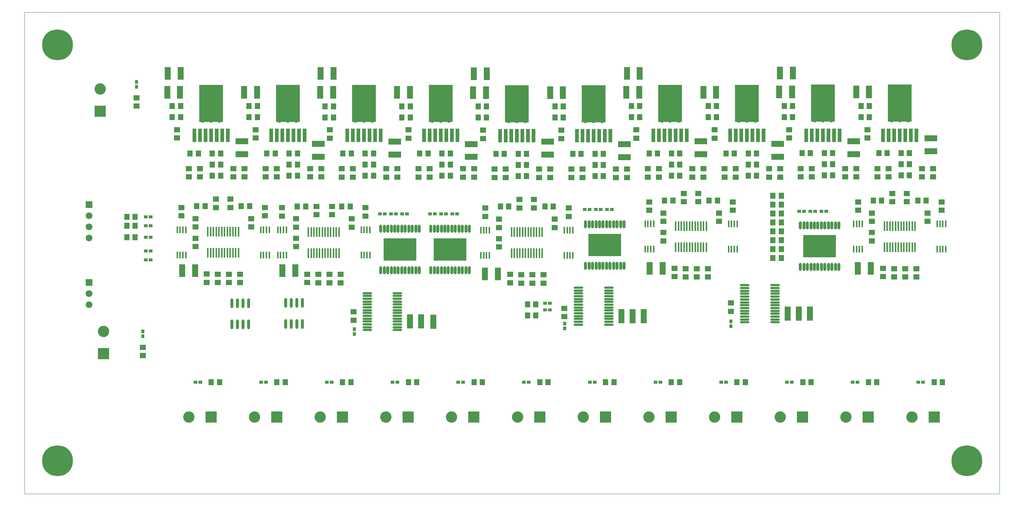
<source format=gts>
%FSLAX44Y44*%
%MOMM*%
G71*
G01*
G75*
G04 Layer_Color=8388736*
%ADD10O,2.1000X0.4500*%
%ADD11R,1.2000X1.3500*%
%ADD12R,0.8000X0.7000*%
%ADD13R,1.3500X1.2000*%
%ADD14R,0.7000X0.8000*%
%ADD15R,1.3000X0.8000*%
%ADD16R,2.8000X1.3500*%
%ADD17O,0.6000X1.8000*%
%ADD18R,7.4000X5.0000*%
%ADD19R,5.3500X8.5400*%
%ADD20R,0.8900X3.0600*%
%ADD21O,0.3500X1.5500*%
%ADD22R,1.3500X2.8000*%
%ADD23O,0.3500X2.2000*%
%ADD24O,0.6000X2.2000*%
%ADD25C,0.1524*%
%ADD26C,0.2540*%
%ADD27C,0.7620*%
%ADD28C,0.5080*%
%ADD29C,1.0160*%
%ADD30C,0.2032*%
%ADD31C,0.3048*%
%ADD32R,177.7702X1.3208*%
%ADD33C,0.1000*%
%ADD34R,2.5400X2.5400*%
%ADD35C,2.5400*%
%ADD36R,1.5000X1.5000*%
%ADD37C,1.5000*%
%ADD38R,2.5400X2.5400*%
%ADD39C,7.0000*%
%ADD40C,0.7000*%
%ADD41C,0.6600*%
%ADD42C,1.2700*%
G04:AMPARAMS|DCode=43|XSize=3.024mm|YSize=3.024mm|CornerRadius=0mm|HoleSize=0mm|Usage=FLASHONLY|Rotation=0.000|XOffset=0mm|YOffset=0mm|HoleType=Round|Shape=Relief|Width=0.254mm|Gap=0.254mm|Entries=4|*
%AMTHD43*
7,0,0,3.0240,2.5160,0.2540,45*
%
%ADD43THD43*%
%ADD44C,2.5160*%
%ADD45C,1.9160*%
G04:AMPARAMS|DCode=46|XSize=2.424mm|YSize=2.424mm|CornerRadius=0mm|HoleSize=0mm|Usage=FLASHONLY|Rotation=0.000|XOffset=0mm|YOffset=0mm|HoleType=Round|Shape=Relief|Width=0.254mm|Gap=0.254mm|Entries=4|*
%AMTHD46*
7,0,0,2.4240,1.9160,0.2540,45*
%
%ADD46THD46*%
%ADD47C,4.2160*%
G04:AMPARAMS|DCode=48|XSize=1.824mm|YSize=1.824mm|CornerRadius=0mm|HoleSize=0mm|Usage=FLASHONLY|Rotation=0.000|XOffset=0mm|YOffset=0mm|HoleType=Round|Shape=Relief|Width=0.254mm|Gap=0.254mm|Entries=4|*
%AMTHD48*
7,0,0,1.8240,1.3160,0.2540,45*
%
%ADD48THD48*%
%ADD49C,1.3160*%
%ADD50C,1.3460*%
G04:AMPARAMS|DCode=51|XSize=2.2352mm|YSize=2.2352mm|CornerRadius=0mm|HoleSize=0mm|Usage=FLASHONLY|Rotation=0.000|XOffset=0mm|YOffset=0mm|HoleType=Round|Shape=Relief|Width=0.254mm|Gap=0.254mm|Entries=4|*
%AMTHD51*
7,0,0,2.2352,1.7272,0.2540,45*
%
%ADD51THD51*%
%ADD52C,1.7272*%
%ADD53C,2.5400*%
%ADD54C,0.6000*%
%ADD55C,0.2500*%
%ADD56C,0.3810*%
%ADD57C,0.2000*%
%ADD58C,0.1270*%
%ADD59R,1.4732X3.1750*%
%ADD60O,2.1508X0.5008*%
%ADD61R,1.2508X1.4008*%
%ADD62R,0.8508X0.7508*%
%ADD63R,1.4008X1.2508*%
%ADD64R,0.7508X0.8508*%
%ADD65R,1.3508X0.8508*%
%ADD66R,2.8508X1.4008*%
%ADD67O,0.6508X1.8508*%
%ADD68R,7.4508X5.0508*%
%ADD69R,5.4008X8.5908*%
%ADD70R,0.9408X3.1108*%
%ADD71O,0.4008X1.6008*%
%ADD72R,1.4008X2.8508*%
%ADD73O,0.4008X2.2508*%
%ADD74O,0.6508X2.2508*%
%ADD75R,2.5908X2.5908*%
%ADD76C,2.5908*%
%ADD77R,1.5508X1.5508*%
%ADD78C,1.5508*%
%ADD79R,2.5908X2.5908*%
%ADD80C,7.0508*%
%ADD81C,0.7508*%
D33*
X0Y1100000D02*
X2225000D01*
Y0D02*
Y1100000D01*
X0Y0D02*
X2225000D01*
X0D02*
Y1100000D01*
D59*
X1362157Y405809D02*
D03*
X1387557Y405794D02*
D03*
X1412957Y405797D02*
D03*
X879752Y393404D02*
D03*
X905150Y393400D02*
D03*
X932588Y392912D02*
D03*
X1741122Y411296D02*
D03*
X1766528Y411301D02*
D03*
X1791922Y411296D02*
D03*
D60*
X1712122Y391691D02*
D03*
Y398191D02*
D03*
Y404691D02*
D03*
Y411191D02*
D03*
Y417691D02*
D03*
Y424191D02*
D03*
Y430691D02*
D03*
Y437191D02*
D03*
Y443691D02*
D03*
Y450191D02*
D03*
Y456691D02*
D03*
Y463191D02*
D03*
Y469691D02*
D03*
Y476191D02*
D03*
X1643122Y391691D02*
D03*
Y398191D02*
D03*
Y404691D02*
D03*
Y411191D02*
D03*
Y417691D02*
D03*
Y424191D02*
D03*
Y430691D02*
D03*
Y437191D02*
D03*
Y443691D02*
D03*
Y450191D02*
D03*
Y456691D02*
D03*
Y463191D02*
D03*
Y469691D02*
D03*
Y476191D02*
D03*
X1264060Y470750D02*
D03*
Y464250D02*
D03*
Y457750D02*
D03*
Y451250D02*
D03*
Y444750D02*
D03*
Y438250D02*
D03*
Y431750D02*
D03*
Y425250D02*
D03*
Y418750D02*
D03*
Y412250D02*
D03*
Y405750D02*
D03*
Y399250D02*
D03*
Y392750D02*
D03*
Y386250D02*
D03*
X1333060Y470750D02*
D03*
Y464250D02*
D03*
Y457750D02*
D03*
Y451250D02*
D03*
Y444750D02*
D03*
Y438250D02*
D03*
Y431750D02*
D03*
Y425250D02*
D03*
Y418750D02*
D03*
Y412250D02*
D03*
Y405750D02*
D03*
Y399250D02*
D03*
Y392750D02*
D03*
Y386250D02*
D03*
X781760Y458290D02*
D03*
Y451790D02*
D03*
Y445290D02*
D03*
Y438790D02*
D03*
Y432290D02*
D03*
Y425790D02*
D03*
Y419290D02*
D03*
Y412790D02*
D03*
Y406290D02*
D03*
Y399790D02*
D03*
Y393290D02*
D03*
Y386790D02*
D03*
Y380290D02*
D03*
Y373790D02*
D03*
X850760Y458290D02*
D03*
Y451790D02*
D03*
Y445290D02*
D03*
Y438790D02*
D03*
Y432290D02*
D03*
Y425790D02*
D03*
Y419290D02*
D03*
Y412790D02*
D03*
Y406290D02*
D03*
Y399790D02*
D03*
Y393290D02*
D03*
Y386790D02*
D03*
Y380290D02*
D03*
Y373790D02*
D03*
D61*
X1147820Y406920D02*
D03*
X1166820D02*
D03*
X1147820Y432320D02*
D03*
X1166820D02*
D03*
X685830Y884920D02*
D03*
X704830D02*
D03*
X777270Y776970D02*
D03*
X796270D02*
D03*
X796271Y751570D02*
D03*
X777271D02*
D03*
X1035140Y884430D02*
D03*
X1054140D02*
D03*
X1126580Y776480D02*
D03*
X1145580D02*
D03*
X1145581Y751080D02*
D03*
X1126581D02*
D03*
X1384740Y885210D02*
D03*
X1403740D02*
D03*
X1476180Y777260D02*
D03*
X1495180D02*
D03*
X1495180Y751860D02*
D03*
X1476180D02*
D03*
X1733640Y885700D02*
D03*
X1752640D02*
D03*
X1825080Y777750D02*
D03*
X1844080D02*
D03*
X1844081Y752350D02*
D03*
X1825081D02*
D03*
X428440Y751950D02*
D03*
X447440D02*
D03*
X428440Y726550D02*
D03*
X447440D02*
D03*
X396640Y777350D02*
D03*
X377640D02*
D03*
X392880Y656700D02*
D03*
X411880D02*
D03*
X603700Y726550D02*
D03*
X622700D02*
D03*
X603700Y751950D02*
D03*
X622700D02*
D03*
X571900Y777350D02*
D03*
X552900D02*
D03*
X513480Y656700D02*
D03*
X494480D02*
D03*
X447440Y777350D02*
D03*
X428440D02*
D03*
X356000Y885300D02*
D03*
X337000D02*
D03*
X356000Y859900D02*
D03*
X337000D02*
D03*
X622700Y777350D02*
D03*
X603700D02*
D03*
X531260Y859900D02*
D03*
X512260D02*
D03*
X531260Y885300D02*
D03*
X512260D02*
D03*
X2038440Y669800D02*
D03*
X2057440D02*
D03*
X1949540Y777750D02*
D03*
X1968540D02*
D03*
X2019341Y752350D02*
D03*
X2000341D02*
D03*
X2019341Y726950D02*
D03*
X2000341D02*
D03*
X2000340Y777750D02*
D03*
X2019340D02*
D03*
X1908900Y860300D02*
D03*
X1927900D02*
D03*
X1908900Y885700D02*
D03*
X1927900D02*
D03*
X1955840Y669800D02*
D03*
X1936841D02*
D03*
X1774280Y777750D02*
D03*
X1793280D02*
D03*
X1844081Y726950D02*
D03*
X1825081D02*
D03*
X1733640Y860300D02*
D03*
X1752640D02*
D03*
X1562170Y669800D02*
D03*
X1581170D02*
D03*
X1600640Y777260D02*
D03*
X1619640D02*
D03*
X1670440Y751860D02*
D03*
X1651440D02*
D03*
X1670440Y726460D02*
D03*
X1651440D02*
D03*
X1651440Y777260D02*
D03*
X1670440D02*
D03*
X1560000Y859810D02*
D03*
X1579000D02*
D03*
X1560000Y885210D02*
D03*
X1579000D02*
D03*
X1479570Y669800D02*
D03*
X1460570D02*
D03*
X1425380Y777260D02*
D03*
X1444380D02*
D03*
X1495180Y726460D02*
D03*
X1476180D02*
D03*
X1384740Y859810D02*
D03*
X1403740D02*
D03*
X1187540Y655830D02*
D03*
X1206540D02*
D03*
X1251040Y776480D02*
D03*
X1270040D02*
D03*
X1320840Y751080D02*
D03*
X1301841D02*
D03*
X1320840Y725680D02*
D03*
X1301841D02*
D03*
X1301840Y776480D02*
D03*
X1320840D02*
D03*
X1210400Y859030D02*
D03*
X1229400D02*
D03*
X1210400Y884430D02*
D03*
X1229400D02*
D03*
X1104940Y655830D02*
D03*
X1085940D02*
D03*
X1075780Y776480D02*
D03*
X1094780D02*
D03*
X1145581Y725680D02*
D03*
X1126581D02*
D03*
X1035140Y859030D02*
D03*
X1054140D02*
D03*
X723930Y656320D02*
D03*
X742930D02*
D03*
X901730Y776970D02*
D03*
X920730D02*
D03*
X971531Y751570D02*
D03*
X952531D02*
D03*
X971531Y726170D02*
D03*
X952531D02*
D03*
X952530Y776970D02*
D03*
X971530D02*
D03*
X861090Y859520D02*
D03*
X880090D02*
D03*
X861090Y884920D02*
D03*
X880090D02*
D03*
X641330Y656320D02*
D03*
X622331D02*
D03*
X726470Y776970D02*
D03*
X745470D02*
D03*
X796271Y726170D02*
D03*
X777271D02*
D03*
X685830Y859520D02*
D03*
X704830D02*
D03*
X1726540Y558800D02*
D03*
X1707540D02*
D03*
X1726540Y538480D02*
D03*
X1707540D02*
D03*
X1726540Y579120D02*
D03*
X1707540D02*
D03*
X1726540Y599440D02*
D03*
X1707540D02*
D03*
X744740Y255000D02*
D03*
X725740D02*
D03*
X594740D02*
D03*
X575740D02*
D03*
X894740D02*
D03*
X875740D02*
D03*
X444740Y255000D02*
D03*
X425740D02*
D03*
X233000Y585900D02*
D03*
X252000D02*
D03*
Y611700D02*
D03*
X233000D02*
D03*
X252000Y632420D02*
D03*
X233000D02*
D03*
X1944740Y255000D02*
D03*
X1925740D02*
D03*
X2094740Y255000D02*
D03*
X2075740D02*
D03*
X1644740Y255000D02*
D03*
X1625740D02*
D03*
X1794740D02*
D03*
X1775740D02*
D03*
X1344740Y255000D02*
D03*
X1325740D02*
D03*
X1494740D02*
D03*
X1475740D02*
D03*
X1044740D02*
D03*
X1025740D02*
D03*
X1194740D02*
D03*
X1175740D02*
D03*
X1726540Y680720D02*
D03*
X1707540D02*
D03*
X1726540Y660400D02*
D03*
X1707540D02*
D03*
X1726540Y640080D02*
D03*
X1707540D02*
D03*
X1726540Y619760D02*
D03*
X1707540D02*
D03*
D62*
X1198380Y419620D02*
D03*
X1187380D02*
D03*
X1198380Y434860D02*
D03*
X1187380D02*
D03*
X1339680Y649480D02*
D03*
X1328680D02*
D03*
X872320Y639320D02*
D03*
X861320D02*
D03*
X835920D02*
D03*
X846920D02*
D03*
X986620D02*
D03*
X975620D02*
D03*
X950220D02*
D03*
X961220D02*
D03*
X810520D02*
D03*
X821520D02*
D03*
X924820D02*
D03*
X935820D02*
D03*
X1303280Y649480D02*
D03*
X1314280D02*
D03*
X1829220Y645160D02*
D03*
X1818220D02*
D03*
X1792820D02*
D03*
X1803820D02*
D03*
X1277880Y649480D02*
D03*
X1288880D02*
D03*
X1767420Y645160D02*
D03*
X1778420D02*
D03*
X287948Y533908D02*
D03*
X276948D02*
D03*
X287948Y554228D02*
D03*
X276948D02*
D03*
X277000Y611700D02*
D03*
X288000D02*
D03*
X277000Y632420D02*
D03*
X288000D02*
D03*
X700740Y255000D02*
D03*
X689740D02*
D03*
X550740D02*
D03*
X539740D02*
D03*
X850740D02*
D03*
X839740D02*
D03*
X400740Y255000D02*
D03*
X389740D02*
D03*
X277000Y585900D02*
D03*
X288000D02*
D03*
X1900740Y255000D02*
D03*
X1889740D02*
D03*
X2050740Y255000D02*
D03*
X2039740D02*
D03*
X1600740Y255000D02*
D03*
X1589740D02*
D03*
X1750740D02*
D03*
X1739740D02*
D03*
X1300740Y255000D02*
D03*
X1289740D02*
D03*
X1450740D02*
D03*
X1439740D02*
D03*
X1000740D02*
D03*
X989740D02*
D03*
X1150740D02*
D03*
X1139740D02*
D03*
D63*
X666120Y656440D02*
D03*
Y637440D02*
D03*
X701720Y656440D02*
D03*
Y637440D02*
D03*
X1241490Y652630D02*
D03*
Y633630D02*
D03*
X1422180Y742310D02*
D03*
Y723310D02*
D03*
X347770Y812300D02*
D03*
Y831300D02*
D03*
X491280Y482100D02*
D03*
Y501100D02*
D03*
X415080Y482760D02*
D03*
Y501760D02*
D03*
X399840Y742400D02*
D03*
Y723400D02*
D03*
X374440Y723400D02*
D03*
Y742400D02*
D03*
X476040Y723400D02*
D03*
Y742400D02*
D03*
X357930Y653500D02*
D03*
Y634500D02*
D03*
X436290Y672950D02*
D03*
Y653950D02*
D03*
X575100Y742400D02*
D03*
Y723400D02*
D03*
X549700Y723400D02*
D03*
Y742400D02*
D03*
X651300Y723400D02*
D03*
Y742400D02*
D03*
X469310Y672950D02*
D03*
Y653950D02*
D03*
X548430Y653500D02*
D03*
Y634500D02*
D03*
X526840Y831300D02*
D03*
Y812300D02*
D03*
X501440Y723400D02*
D03*
Y742400D02*
D03*
X389680Y609100D02*
D03*
Y628100D02*
D03*
X440480Y482100D02*
D03*
Y501100D02*
D03*
X676700Y723400D02*
D03*
Y742400D02*
D03*
X465880Y482100D02*
D03*
Y501100D02*
D03*
X389680Y583650D02*
D03*
Y564650D02*
D03*
X516680Y628100D02*
D03*
Y609100D02*
D03*
X2092390Y647600D02*
D03*
Y666600D02*
D03*
X2060640Y622200D02*
D03*
Y641200D02*
D03*
X1923480Y812700D02*
D03*
Y831700D02*
D03*
X2013270Y667050D02*
D03*
Y686050D02*
D03*
X2035220Y495200D02*
D03*
Y514200D02*
D03*
X1933640Y577750D02*
D03*
Y596750D02*
D03*
X2047940Y742800D02*
D03*
Y723800D02*
D03*
X2009840Y514200D02*
D03*
Y495200D02*
D03*
X1946340Y742800D02*
D03*
Y723800D02*
D03*
X1959040Y495860D02*
D03*
Y514860D02*
D03*
X2073340Y742800D02*
D03*
Y723800D02*
D03*
X1971740Y723800D02*
D03*
Y742800D02*
D03*
X1984440Y514200D02*
D03*
Y495200D02*
D03*
X1980250Y667050D02*
D03*
Y686050D02*
D03*
X1933640Y641200D02*
D03*
Y622200D02*
D03*
X1901890Y647600D02*
D03*
Y666600D02*
D03*
X1744410Y812700D02*
D03*
Y831700D02*
D03*
X1872680Y742800D02*
D03*
Y723800D02*
D03*
X1771080Y742800D02*
D03*
Y723800D02*
D03*
X1898080Y742800D02*
D03*
Y723800D02*
D03*
X1796480Y723800D02*
D03*
Y742800D02*
D03*
X1616120Y647600D02*
D03*
Y666600D02*
D03*
X1584370Y622200D02*
D03*
Y641200D02*
D03*
X1574580Y812210D02*
D03*
Y831210D02*
D03*
X1537000Y667050D02*
D03*
Y686050D02*
D03*
X1558970Y495200D02*
D03*
Y514200D02*
D03*
X1457370Y577750D02*
D03*
Y596750D02*
D03*
X1699040Y742310D02*
D03*
Y723310D02*
D03*
X1533570Y514200D02*
D03*
Y495200D02*
D03*
X1597440Y742310D02*
D03*
Y723310D02*
D03*
X1482770Y495860D02*
D03*
Y514860D02*
D03*
X1724440Y742310D02*
D03*
Y723310D02*
D03*
X1622840Y723310D02*
D03*
Y742310D02*
D03*
X1508170Y514200D02*
D03*
Y495200D02*
D03*
X1503980Y667050D02*
D03*
Y686050D02*
D03*
X1457370Y641200D02*
D03*
Y622200D02*
D03*
X1425620Y647600D02*
D03*
Y666600D02*
D03*
X1395510Y812210D02*
D03*
Y831210D02*
D03*
X1523780Y742310D02*
D03*
Y723310D02*
D03*
X1549180Y742310D02*
D03*
Y723310D02*
D03*
X1447580Y723310D02*
D03*
Y742310D02*
D03*
X1209740Y608230D02*
D03*
Y627230D02*
D03*
X1224980Y811430D02*
D03*
Y830430D02*
D03*
X1162370Y653080D02*
D03*
Y672080D02*
D03*
X1184340Y481230D02*
D03*
Y500230D02*
D03*
X1082740Y563780D02*
D03*
Y582780D02*
D03*
X1349440Y741530D02*
D03*
Y722530D02*
D03*
X1158940Y500230D02*
D03*
Y481230D02*
D03*
X1247840Y741530D02*
D03*
Y722530D02*
D03*
X1108140Y481890D02*
D03*
Y500890D02*
D03*
X1374840Y741530D02*
D03*
Y722530D02*
D03*
X1273240Y722530D02*
D03*
Y741530D02*
D03*
X1133540Y500230D02*
D03*
Y481230D02*
D03*
X1129350Y653080D02*
D03*
Y672080D02*
D03*
X1082740Y627230D02*
D03*
Y608230D02*
D03*
X1050990Y633630D02*
D03*
Y652630D02*
D03*
X1045910Y811430D02*
D03*
Y830430D02*
D03*
X1174180Y741530D02*
D03*
Y722530D02*
D03*
X1072580Y741530D02*
D03*
Y722530D02*
D03*
X1199580Y741530D02*
D03*
Y722530D02*
D03*
X1097980Y722530D02*
D03*
Y741530D02*
D03*
X777880Y634120D02*
D03*
Y653120D02*
D03*
X746130Y608720D02*
D03*
Y627720D02*
D03*
X875670Y811920D02*
D03*
Y830920D02*
D03*
X720730Y481720D02*
D03*
Y500720D02*
D03*
X619130Y564270D02*
D03*
Y583270D02*
D03*
X1000130Y742020D02*
D03*
Y723020D02*
D03*
X695330Y500720D02*
D03*
Y481720D02*
D03*
X898530Y742020D02*
D03*
Y723020D02*
D03*
X644530Y482380D02*
D03*
Y501380D02*
D03*
X1025530Y742020D02*
D03*
Y723020D02*
D03*
X923930Y723020D02*
D03*
Y742020D02*
D03*
X669930Y500720D02*
D03*
Y481720D02*
D03*
X619130Y627720D02*
D03*
Y608720D02*
D03*
X587380Y634120D02*
D03*
Y653120D02*
D03*
X696600Y811920D02*
D03*
Y830920D02*
D03*
X824870Y742020D02*
D03*
Y723020D02*
D03*
X723270Y742020D02*
D03*
Y723020D02*
D03*
X850270Y742020D02*
D03*
Y723020D02*
D03*
X748670Y723020D02*
D03*
Y742020D02*
D03*
X750800Y396380D02*
D03*
Y415380D02*
D03*
X1231900Y404520D02*
D03*
Y423520D02*
D03*
X270000Y315500D02*
D03*
Y334500D02*
D03*
X255000Y885260D02*
D03*
Y904260D02*
D03*
X1611582Y416821D02*
D03*
Y435821D02*
D03*
D64*
X1232520Y388280D02*
D03*
Y377280D02*
D03*
X752220Y375420D02*
D03*
Y364420D02*
D03*
X270000Y359500D02*
D03*
Y370500D02*
D03*
X255000Y929260D02*
D03*
Y940260D02*
D03*
X1611582Y382721D02*
D03*
Y393721D02*
D03*
D65*
X1362060Y394728D02*
D03*
Y405728D02*
D03*
Y416728D02*
D03*
X1387460Y394728D02*
D03*
Y405728D02*
D03*
Y416728D02*
D03*
X1412860Y394728D02*
D03*
Y405728D02*
D03*
Y416728D02*
D03*
X879760Y382356D02*
D03*
Y393356D02*
D03*
Y404356D02*
D03*
X905160Y382356D02*
D03*
Y393356D02*
D03*
Y404356D02*
D03*
X932560Y381868D02*
D03*
Y392868D02*
D03*
Y403868D02*
D03*
X1741122Y422257D02*
D03*
Y411257D02*
D03*
Y400257D02*
D03*
X1766522Y422257D02*
D03*
Y411257D02*
D03*
Y400257D02*
D03*
X1791922Y422257D02*
D03*
Y411257D02*
D03*
Y400257D02*
D03*
D66*
X2068240Y811550D02*
D03*
Y782050D02*
D03*
X495580Y804800D02*
D03*
Y775300D02*
D03*
X670350Y799110D02*
D03*
Y769610D02*
D03*
X1892220Y805200D02*
D03*
Y775700D02*
D03*
X1718090Y799020D02*
D03*
Y769520D02*
D03*
X1543320Y804710D02*
D03*
Y775210D02*
D03*
X1368490Y798240D02*
D03*
Y768740D02*
D03*
X1193720Y803930D02*
D03*
Y774430D02*
D03*
X1019180Y798730D02*
D03*
Y769230D02*
D03*
X844410Y804420D02*
D03*
Y774920D02*
D03*
D67*
X1360020Y520700D02*
D03*
X1368020D02*
D03*
X1344020D02*
D03*
X1352020D02*
D03*
X1336020D02*
D03*
X1328020D02*
D03*
X1320020D02*
D03*
X1312020D02*
D03*
X1288020D02*
D03*
X1280020D02*
D03*
X1304020D02*
D03*
X1296020D02*
D03*
X1360020Y615700D02*
D03*
X1368020D02*
D03*
X1352020D02*
D03*
X1344020D02*
D03*
X1320020D02*
D03*
X1312020D02*
D03*
X1336020D02*
D03*
X1328020D02*
D03*
X1288020D02*
D03*
X1280020D02*
D03*
X1304020D02*
D03*
X1296020D02*
D03*
X1858240Y613160D02*
D03*
X1850240D02*
D03*
X1842240D02*
D03*
X1834240D02*
D03*
X1826240D02*
D03*
X1818240D02*
D03*
X1810240D02*
D03*
X1802240D02*
D03*
X1794240D02*
D03*
X1786240D02*
D03*
X1778240D02*
D03*
X1770240D02*
D03*
X1858240Y518160D02*
D03*
X1850240D02*
D03*
X1842240D02*
D03*
X1834240D02*
D03*
X1826240D02*
D03*
X1818240D02*
D03*
X1810240D02*
D03*
X1802240D02*
D03*
X1794240D02*
D03*
X1786240D02*
D03*
X1778240D02*
D03*
X1770240D02*
D03*
X900660Y605540D02*
D03*
X892660D02*
D03*
X884660D02*
D03*
X876660D02*
D03*
X868660D02*
D03*
X860660D02*
D03*
X852660D02*
D03*
X844660D02*
D03*
X836660D02*
D03*
X828660D02*
D03*
X820660D02*
D03*
X812660D02*
D03*
X900660Y510540D02*
D03*
X892660D02*
D03*
X884660D02*
D03*
X876660D02*
D03*
X868660D02*
D03*
X860660D02*
D03*
X852660D02*
D03*
X844660D02*
D03*
X836660D02*
D03*
X828660D02*
D03*
X820660D02*
D03*
X812660D02*
D03*
X1014960Y605540D02*
D03*
X1006960D02*
D03*
X998960D02*
D03*
X990960D02*
D03*
X982960D02*
D03*
X974960D02*
D03*
X966960D02*
D03*
X958960D02*
D03*
X950960D02*
D03*
X942960D02*
D03*
X934960D02*
D03*
X926960D02*
D03*
X1014960Y510540D02*
D03*
X1006960D02*
D03*
X998960D02*
D03*
X990960D02*
D03*
X982960D02*
D03*
X974960D02*
D03*
X966960D02*
D03*
X958960D02*
D03*
X950960D02*
D03*
X942960D02*
D03*
X934960D02*
D03*
X926960D02*
D03*
D68*
X1324020Y568200D02*
D03*
X1814240Y565660D02*
D03*
X856660Y558040D02*
D03*
X970960D02*
D03*
D69*
X425240Y891650D02*
D03*
X600500D02*
D03*
X1997140Y892050D02*
D03*
X1821880D02*
D03*
X1648240Y891560D02*
D03*
X1472980D02*
D03*
X1298640Y890780D02*
D03*
X1123380D02*
D03*
X949330Y891270D02*
D03*
X774070D02*
D03*
D70*
X412540Y818600D02*
D03*
X399840D02*
D03*
X387140D02*
D03*
X425240D02*
D03*
X437940D02*
D03*
X450640D02*
D03*
X463340D02*
D03*
X587800D02*
D03*
X575100D02*
D03*
X562400D02*
D03*
X600500D02*
D03*
X613200D02*
D03*
X625900D02*
D03*
X638600D02*
D03*
X1984440Y819000D02*
D03*
X1971740D02*
D03*
X1959040D02*
D03*
X1997140D02*
D03*
X2009840D02*
D03*
X2022540D02*
D03*
X2035240D02*
D03*
X1809180D02*
D03*
X1796480D02*
D03*
X1783780D02*
D03*
X1821880D02*
D03*
X1834580D02*
D03*
X1847280D02*
D03*
X1859980D02*
D03*
X1635540Y818510D02*
D03*
X1622840D02*
D03*
X1610140D02*
D03*
X1648240D02*
D03*
X1660940D02*
D03*
X1673640D02*
D03*
X1686340D02*
D03*
X1460280D02*
D03*
X1447580D02*
D03*
X1434880D02*
D03*
X1472980D02*
D03*
X1485680D02*
D03*
X1498380D02*
D03*
X1511080D02*
D03*
X1285940Y817730D02*
D03*
X1273240D02*
D03*
X1260540D02*
D03*
X1298640D02*
D03*
X1311340D02*
D03*
X1324040D02*
D03*
X1336740D02*
D03*
X1110680D02*
D03*
X1097980D02*
D03*
X1085280D02*
D03*
X1123380D02*
D03*
X1136080D02*
D03*
X1148780D02*
D03*
X1161480D02*
D03*
X936630Y818220D02*
D03*
X923930D02*
D03*
X911230D02*
D03*
X949330D02*
D03*
X962030D02*
D03*
X974730D02*
D03*
X987430D02*
D03*
X761370D02*
D03*
X748670D02*
D03*
X735970D02*
D03*
X774070D02*
D03*
X786770D02*
D03*
X799470D02*
D03*
X812170D02*
D03*
D71*
X348180Y545400D02*
D03*
X354680D02*
D03*
X361180D02*
D03*
X367680D02*
D03*
X348180Y602900D02*
D03*
X354680D02*
D03*
X361180D02*
D03*
X367680D02*
D03*
X558180D02*
D03*
X551680D02*
D03*
X545180D02*
D03*
X538680D02*
D03*
X558180Y545400D02*
D03*
X551680D02*
D03*
X545180D02*
D03*
X538680D02*
D03*
X2102140Y616000D02*
D03*
X2095640D02*
D03*
X2089140D02*
D03*
X2082640D02*
D03*
X2102140Y558500D02*
D03*
X2095640D02*
D03*
X2089140D02*
D03*
X2082640D02*
D03*
X1892140D02*
D03*
X1898640D02*
D03*
X1905140D02*
D03*
X1911640D02*
D03*
X1892140Y616000D02*
D03*
X1898640D02*
D03*
X1905140D02*
D03*
X1911640D02*
D03*
X1625870Y616000D02*
D03*
X1619370D02*
D03*
X1612870D02*
D03*
X1606370D02*
D03*
X1625870Y558500D02*
D03*
X1619370D02*
D03*
X1612870D02*
D03*
X1606370D02*
D03*
X1415870D02*
D03*
X1422370D02*
D03*
X1428870D02*
D03*
X1435370D02*
D03*
X1415870Y616000D02*
D03*
X1422370D02*
D03*
X1428870D02*
D03*
X1435370D02*
D03*
X1251240Y602030D02*
D03*
X1244740D02*
D03*
X1238240D02*
D03*
X1231740D02*
D03*
X1251240Y544530D02*
D03*
X1244740D02*
D03*
X1238240D02*
D03*
X1231740D02*
D03*
X1041240D02*
D03*
X1047740D02*
D03*
X1054240D02*
D03*
X1060740D02*
D03*
X1041240Y602030D02*
D03*
X1047740D02*
D03*
X1054240D02*
D03*
X1060740D02*
D03*
X787630Y602520D02*
D03*
X781130D02*
D03*
X774630D02*
D03*
X768130D02*
D03*
X787630Y545020D02*
D03*
X781130D02*
D03*
X774630D02*
D03*
X768130D02*
D03*
X577630D02*
D03*
X584130D02*
D03*
X590630D02*
D03*
X597130D02*
D03*
X577630Y602520D02*
D03*
X584130D02*
D03*
X590630D02*
D03*
X597130D02*
D03*
D72*
X325400Y917050D02*
D03*
X354900D02*
D03*
X326670Y960230D02*
D03*
X356170D02*
D03*
X501010Y917050D02*
D03*
X530510D02*
D03*
X388810Y509780D02*
D03*
X359310D02*
D03*
X1930590Y514860D02*
D03*
X1901090D02*
D03*
X1897650Y917450D02*
D03*
X1927150D02*
D03*
X1723310Y960630D02*
D03*
X1752810D02*
D03*
X1722040Y917450D02*
D03*
X1751540D02*
D03*
X1455610Y514860D02*
D03*
X1426110D02*
D03*
X1548750Y916960D02*
D03*
X1578250D02*
D03*
X1374410Y960140D02*
D03*
X1403910D02*
D03*
X1373140Y916960D02*
D03*
X1402640D02*
D03*
X1079690Y502160D02*
D03*
X1050190D02*
D03*
X1199150Y916180D02*
D03*
X1228650D02*
D03*
X1024810Y959360D02*
D03*
X1054310D02*
D03*
X1023540Y916180D02*
D03*
X1053040D02*
D03*
X617410Y509780D02*
D03*
X587910D02*
D03*
X849840Y916670D02*
D03*
X879340D02*
D03*
X675500Y959850D02*
D03*
X705000D02*
D03*
X674230Y916670D02*
D03*
X703730D02*
D03*
D73*
X488105Y598150D02*
D03*
X481755D02*
D03*
X475405D02*
D03*
X469055D02*
D03*
X462705D02*
D03*
X456355D02*
D03*
X450005D02*
D03*
X443655D02*
D03*
X437305D02*
D03*
X430955D02*
D03*
X424605D02*
D03*
X418255D02*
D03*
X488105Y550150D02*
D03*
X481755D02*
D03*
X475405D02*
D03*
X469055D02*
D03*
X462705D02*
D03*
X456355D02*
D03*
X450005D02*
D03*
X443655D02*
D03*
X437305D02*
D03*
X430955D02*
D03*
X424605D02*
D03*
X418255D02*
D03*
X1962215Y563250D02*
D03*
X1968565D02*
D03*
X1974915D02*
D03*
X1981265D02*
D03*
X1987615D02*
D03*
X1993965D02*
D03*
X2000315D02*
D03*
X2006665D02*
D03*
X2013015D02*
D03*
X2019365D02*
D03*
X2025715D02*
D03*
X2032065D02*
D03*
X1962215Y611250D02*
D03*
X1968565D02*
D03*
X1974915D02*
D03*
X1981265D02*
D03*
X1987615D02*
D03*
X1993965D02*
D03*
X2000315D02*
D03*
X2006665D02*
D03*
X2013015D02*
D03*
X2019365D02*
D03*
X2025715D02*
D03*
X2032065D02*
D03*
X1485945Y563250D02*
D03*
X1492295D02*
D03*
X1498645D02*
D03*
X1504995D02*
D03*
X1511345D02*
D03*
X1517695D02*
D03*
X1524045D02*
D03*
X1530395D02*
D03*
X1536745D02*
D03*
X1543095D02*
D03*
X1549445D02*
D03*
X1555795D02*
D03*
X1485945Y611250D02*
D03*
X1492295D02*
D03*
X1498645D02*
D03*
X1504995D02*
D03*
X1511345D02*
D03*
X1517695D02*
D03*
X1524045D02*
D03*
X1530395D02*
D03*
X1536745D02*
D03*
X1543095D02*
D03*
X1549445D02*
D03*
X1555795D02*
D03*
X1111315Y549280D02*
D03*
X1117665D02*
D03*
X1124015D02*
D03*
X1130365D02*
D03*
X1136715D02*
D03*
X1143065D02*
D03*
X1149415D02*
D03*
X1155765D02*
D03*
X1162115D02*
D03*
X1168465D02*
D03*
X1174815D02*
D03*
X1181165D02*
D03*
X1111315Y597280D02*
D03*
X1117665D02*
D03*
X1124015D02*
D03*
X1130365D02*
D03*
X1136715D02*
D03*
X1143065D02*
D03*
X1149415D02*
D03*
X1155765D02*
D03*
X1162115D02*
D03*
X1168465D02*
D03*
X1174815D02*
D03*
X1181165D02*
D03*
X647705Y549770D02*
D03*
X654055D02*
D03*
X660405D02*
D03*
X666755D02*
D03*
X673105D02*
D03*
X679455D02*
D03*
X685805D02*
D03*
X692155D02*
D03*
X698505D02*
D03*
X704855D02*
D03*
X711205D02*
D03*
X717555D02*
D03*
X647705Y597770D02*
D03*
X654055D02*
D03*
X660405D02*
D03*
X666755D02*
D03*
X673105D02*
D03*
X679455D02*
D03*
X685805D02*
D03*
X692155D02*
D03*
X698505D02*
D03*
X704855D02*
D03*
X711205D02*
D03*
X717555D02*
D03*
D74*
X634030Y436030D02*
D03*
X621330D02*
D03*
X608630D02*
D03*
X595930D02*
D03*
X634030Y388030D02*
D03*
X621330D02*
D03*
X608630D02*
D03*
X595930D02*
D03*
X511480Y434720D02*
D03*
X498780D02*
D03*
X486080D02*
D03*
X473380D02*
D03*
X511480Y386720D02*
D03*
X498780D02*
D03*
X486080D02*
D03*
X473380D02*
D03*
D75*
X172720Y873760D02*
D03*
X180000Y319600D02*
D03*
D76*
X172720Y924560D02*
D03*
X374600Y175000D02*
D03*
X824600D02*
D03*
X524600D02*
D03*
X674600D02*
D03*
X1124600D02*
D03*
X1424600D02*
D03*
X1724600D02*
D03*
X2024600D02*
D03*
X974600D02*
D03*
X1274600D02*
D03*
X1574600D02*
D03*
X1874600D02*
D03*
X180000Y370400D02*
D03*
D77*
X147320Y482600D02*
D03*
Y660400D02*
D03*
D78*
Y457200D02*
D03*
Y431800D02*
D03*
Y584200D02*
D03*
Y609600D02*
D03*
Y635000D02*
D03*
D79*
X425400Y175000D02*
D03*
X875400D02*
D03*
X575400D02*
D03*
X725400D02*
D03*
X1175400D02*
D03*
X1475400D02*
D03*
X1775400D02*
D03*
X2075400D02*
D03*
X1025400D02*
D03*
X1325400D02*
D03*
X1625400D02*
D03*
X1925400D02*
D03*
D80*
X75000Y75000D02*
D03*
Y1025000D02*
D03*
X2150000D02*
D03*
Y75000D02*
D03*
D81*
X1978300Y927500D02*
D03*
X1997350D02*
D03*
X2016400D02*
D03*
X1978300Y902100D02*
D03*
X1997350D02*
D03*
X2016400D02*
D03*
X1978300Y876700D02*
D03*
X1997141D02*
D03*
X2016400D02*
D03*
X1978300Y851300D02*
D03*
X1997141D02*
D03*
X2016400D02*
D03*
X1803040Y927500D02*
D03*
X1822090D02*
D03*
X1841140D02*
D03*
X1803040Y902100D02*
D03*
X1822090D02*
D03*
X1841140D02*
D03*
X1803040Y876700D02*
D03*
X1821881D02*
D03*
X1841140D02*
D03*
X1803040Y851300D02*
D03*
X1821881D02*
D03*
X1841140D02*
D03*
X1629400Y927010D02*
D03*
X1648450D02*
D03*
X1667500D02*
D03*
X1629400Y901610D02*
D03*
X1648450D02*
D03*
X1667500D02*
D03*
X1629400Y876210D02*
D03*
X1648240D02*
D03*
X1667500D02*
D03*
X1629400Y850810D02*
D03*
X1648240D02*
D03*
X1667500D02*
D03*
X1454140Y927010D02*
D03*
X1473190D02*
D03*
X1492240D02*
D03*
X1454140Y901610D02*
D03*
X1473190D02*
D03*
X1492240D02*
D03*
X1454140Y876210D02*
D03*
X1472980D02*
D03*
X1492240D02*
D03*
X1454140Y850810D02*
D03*
X1472980D02*
D03*
X1492240D02*
D03*
X1279800Y926230D02*
D03*
X1298850D02*
D03*
X1317900D02*
D03*
X1279800Y900830D02*
D03*
X1298850D02*
D03*
X1317900D02*
D03*
X1279800Y875430D02*
D03*
X1298640D02*
D03*
X1317900D02*
D03*
X1279800Y850030D02*
D03*
X1298640D02*
D03*
X1317900D02*
D03*
X1104540Y926230D02*
D03*
X1123590D02*
D03*
X1142640D02*
D03*
X1104540Y900830D02*
D03*
X1123590D02*
D03*
X1142640D02*
D03*
X1104540Y875430D02*
D03*
X1123381D02*
D03*
X1142640D02*
D03*
X1104540Y850030D02*
D03*
X1123381D02*
D03*
X1142640D02*
D03*
X930490Y926720D02*
D03*
X949540D02*
D03*
X968590D02*
D03*
X930490Y901320D02*
D03*
X949540D02*
D03*
X968590D02*
D03*
X930490Y875920D02*
D03*
X949331D02*
D03*
X968590D02*
D03*
X930490Y850520D02*
D03*
X949331D02*
D03*
X968590D02*
D03*
X755230Y926720D02*
D03*
X774280D02*
D03*
X793330D02*
D03*
X755230Y901320D02*
D03*
X774280D02*
D03*
X793330D02*
D03*
X755230Y875920D02*
D03*
X774071D02*
D03*
X793330D02*
D03*
X755230Y850520D02*
D03*
X774071D02*
D03*
X793330D02*
D03*
X581660Y927100D02*
D03*
X600710D02*
D03*
X619760D02*
D03*
X581660Y901700D02*
D03*
X600710D02*
D03*
X619760D02*
D03*
X581660Y876300D02*
D03*
X600500D02*
D03*
X619760D02*
D03*
X581660Y850900D02*
D03*
X600500D02*
D03*
X619760D02*
D03*
X444500Y850900D02*
D03*
X425240D02*
D03*
X406400D02*
D03*
X444500Y876300D02*
D03*
X425240D02*
D03*
X406400D02*
D03*
X444500Y901700D02*
D03*
X425450D02*
D03*
X406400D02*
D03*
X444500Y927100D02*
D03*
X425450D02*
D03*
X406400D02*
D03*
M02*

</source>
